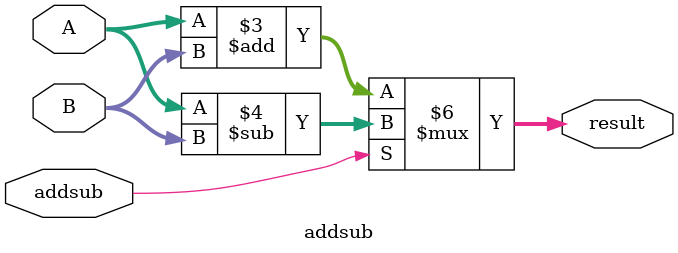
<source format=sv>
module addsub(
input [8:0] A, B,
input addsub,
output [8:0] result
);

always_comb begin
	if(!addsub) result <= A + B;
	else result <= A - B;
end
endmodule
</source>
